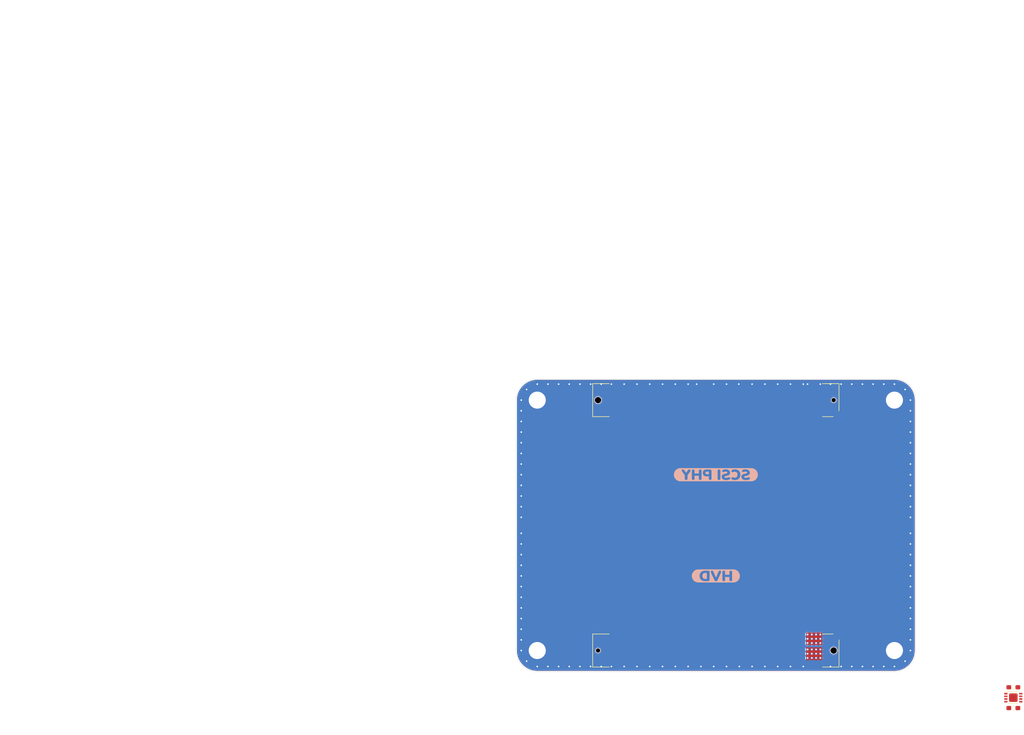
<source format=kicad_pcb>
(kicad_pcb (version 20241229) (generator "pcbnew") (generator_version "9.0")
  (title_block (title "Squishy - HVD PHY ") (date "2024-06-14") (rev "1") (company "Shrine Maiden Heavy Industries") (comment 1 "License: CERN-OHL-S") (comment 2 "© 2024 Aki 'lethalbit' Van Ness, et. al.") (comment 3 "No warranty expressed or implied") (comment 4 "Squishy - SCSI Multitool"))
  (layers (0 "F.Cu" signal) (4 "In1.Cu" signal) (6 "In2.Cu" signal) (8 "In3.Cu" signal) (10 "In4.Cu" signal) (2 "B.Cu" signal) (13 "F.Paste" user) (15 "B.Paste" user) (5 "F.SilkS" user "F.Silkscreen") (7 "B.SilkS" user "B.Silkscreen") (1 "F.Mask" user) (3 "B.Mask" user) (25 "Edge.Cuts" user))
  (net 0 "")
  (net 1 "GND")
  (net 4 "/PHY.RST_DIR")
  (net 5 "/PHY.DB13")
  (net 6 "/PHY.ID_SCL")
  (net 7 "/PHY.DB9")
  (net 8 "/PHY.LS_CTRL4")
  (net 10 "+3V3")
  (net 11 "+5V")
  (net 12 "/PHY.DB14")
  (net 13 "/PHY.DB5")
  (net 14 "/PHY.LS_CTRL2")
  (net 15 "/PHY.DB8")
  (net 19 "/PHY.DB3")
  (net 20 "/PHY.DB2")
  (net 21 "/PHY.LS_CTRL5")
  (net 22 "/PHY.BSY")
  (net 23 "/PHY.DBH_DIR")
  (net 25 "/PHY.ATN")
  (net 26 "/PHY.DBL_DIR")
  (net 27 "/PHY.TERMPW_EN")
  (net 28 "/PHY.ACK")
  (net 29 "/PHY.DB15")
  (net 30 "/PHY.DB1")
  (net 31 "/PHY.MSG")
  (net 32 "/PHY.ID_SDA")
  (net 33 "/PHY.LS_CTRL0")
  (net 36 "/PHY.LS_CTRL3")
  (net 37 "/PHY.I{slash}O")
  (net 38 "/PHY.DB11")
  (net 39 "/PHY.BSY_DIR")
  (net 40 "/PHY.~{PHY_PRSNT}")
  (net 41 "/PHY.RST")
  (net 42 "/PHY.DB0")
  (net 43 "/PHY.DB7")
  (net 45 "/PHY.REQ")
  (net 46 "/PHY.SEL_DIR")
  (net 47 "/PHY.INIT_DIR")
  (net 48 "/PHY.DB12")
  (net 49 "/PHY.DB10")
  (net 50 "/PHY.DB6")
  (net 51 "/PHY.SEL")
  (net 53 "/PHY.DP0")
  (net 54 "/PHY.DP1")
  (net 55 "/PHY.DB4")
  (net 57 "/PHY.C{slash}D")
  (net 58 "/PHY.TRGT_DIR")
  (net 59 "/CON.DP14+")
  (net 60 "/CON.C{slash}D+")
  (net 61 "/CON.DB10-")
  (net 62 "/CON.DB4-")
  (net 63 "/CON.ACK+")
  (net 64 "/CON.TERMPWR")
  (net 65 "/CON.DP1+")
  (net 66 "/CON.BSY-")
  (net 67 "/CON.RST-")
  (net 68 "/CON.DB2-")
  (net 69 "/CON.BSY+")
  (net 70 "/CON.DB5+")
  (net 71 "/CON.ATN-")
  (net 72 "/CON.DP0+")
  (net 73 "/CON.SEL+")
  (net 74 "/CON.ATN+")
  (net 75 "/CON.DB9-")
  (net 76 "/CON.SEL-")
  (net 77 "/CON.DB9+")
  (net 78 "/CON.DB0-")
  (net 79 "/CON.DB11+")
  (net 80 "/CON.DB7+")
  (net 81 "/CON.DP1-")
  (net 82 "/CON.DB5-")
  (net 83 "/CON.REQ-")
  (net 84 "/CON.DB1-")
  (net 85 "/CON.DB13+")
  (net 86 "/CON.REQ+")
  (net 87 "/CON.DB3-")
  (net 88 "/CON.DB8+")
  (net 89 "/CON.DB13-")
  (net 90 "/CON.DB15-")
  (net 91 "/CON.MSG+")
  (net 92 "/CON.DB11-")
  (net 93 "/CON.DP12+")
  (net 94 "/CON.DB3+")
  (net 95 "/CON.ACK-")
  (net 96 "/CON.DIFFSENSE")
  (net 97 "/CON.I{slash}O+")
  (net 98 "/CON.I{slash}O-")
  (net 99 "/CON.DB4+")
  (net 100 "/CON.DB15+")
  (net 101 "/CON.DB6-")
  (net 102 "/CON.DP14-")
  (net 103 "/CON.RST+")
  (net 104 "/CON.DB8-")
  (net 105 "/CON.DB10+")
  (net 106 "/CON.MSG-")
  (net 107 "/CON.DB6+")
  (net 109 "/CON.C{slash}D-")
  (net 110 "/CON.DB7-")
  (net 111 "/CON.DP12-")
  (net 112 "/CON.DB1+")
  (net 113 "/CON.DP0-")
  (net 114 "/CON.DB2+")
  (net 115 "/CON.DB0+")
  (net 118 "/PHY.LS_CTRL1")
  (net 123 "Net-(U1-E0)")
  (footprint "lethalbit-connectors:1014457-10x80xLF" (layer "F.Cu") (at 147.5 136)
    (property "Reference" "J1" (hide yes))
    (property "Value" "SCSI PHY Mezz")
    (pad "" np_thru_hole circle (at -22.1 0) (size 0.8 0.8) (drill 0.8) (layers "*.Mask"))
    (pad "" np_thru_hole circle (at 22.1 0) (size 1.2 1.2) (drill 1.2) (layers "*.Mask"))
    (pad "1" smd roundrect (at 19.6 -2.2) (size 0.4 2) (layers "F.Cu" "F.Mask" "F.Paste") (net 11 "+5V"))
    (pad "2" smd roundrect (at 19.6 2.2) (size 0.4 2) (layers "F.Cu" "F.Mask" "F.Paste") (net 10 "+3V3"))
    (pad "3" smd roundrect (at 18.8 -2.2) (size 0.4 2) (layers "F.Cu" "F.Mask" "F.Paste") (net 11 "+5V"))
    (pad "4" smd roundrect (at 18.8 2.2) (size 0.4 2) (layers "F.Cu" "F.Mask" "F.Paste") (net 10 "+3V3"))
    (pad "5" smd roundrect (at 18 -2.2) (size 0.4 2) (layers "F.Cu" "F.Mask" "F.Paste") (net 11 "+5V"))
    (pad "6" smd roundrect (at 18 2.2) (size 0.4 2) (layers "F.Cu" "F.Mask" "F.Paste") (net 10 "+3V3"))
    (pad "7" smd roundrect (at 17.2 -2.2) (size 0.4 2) (layers "F.Cu" "F.Mask" "F.Paste") (net 11 "+5V"))
    (pad "8" smd roundrect (at 17.2 2.2) (size 0.4 2) (layers "F.Cu" "F.Mask" "F.Paste") (net 10 "+3V3"))
    (pad "9" smd roundrect (at 16.4 -2.2) (size 0.4 2) (layers "F.Cu" "F.Mask" "F.Paste") (net 1 "GND"))
    (pad "10" smd roundrect (at 16.4 2.2) (size 0.4 2) (layers "F.Cu" "F.Mask" "F.Paste") (net 1 "GND"))
    (pad "11" smd roundrect (at 15.6 -2.2) (size 0.4 2) (layers "F.Cu" "F.Mask" "F.Paste") (net 6 "/PHY.ID_SCL"))
    (pad "12" smd roundrect (at 15.6 2.2) (size 0.4 2) (layers "F.Cu" "F.Mask" "F.Paste"))
    (pad "13" smd roundrect (at 14.8 -2.2) (size 0.4 2) (layers "F.Cu" "F.Mask" "F.Paste") (net 32 "/PHY.ID_SDA"))
    (pad "14" smd roundrect (at 14.8 2.2) (size 0.4 2) (layers "F.Cu" "F.Mask" "F.Paste"))
    (pad "15" smd roundrect (at 14 -2.2) (size 0.4 2) (layers "F.Cu" "F.Mask" "F.Paste") (net 1 "GND"))
    (pad "16" smd roundrect (at 14 2.2) (size 0.4 2) (layers "F.Cu" "F.Mask" "F.Paste") (net 1 "GND"))
    (pad "17" smd roundrect (at 13.2 -2.2) (size 0.4 2) (layers "F.Cu" "F.Mask" "F.Paste") (net 40 "/PHY.~{PHY_PRSNT}"))
    (pad "18" smd roundrect (at 13.2 2.2) (size 0.4 2) (layers "F.Cu" "F.Mask" "F.Paste"))
    (pad "19" smd roundrect (at 12.4 -2.2) (size 0.4 2) (layers "F.Cu" "F.Mask" "F.Paste") (net 27 "/PHY.TERMPW_EN"))
    (pad "20" smd roundrect (at 12.4 2.2) (size 0.4 2) (layers "F.Cu" "F.Mask" "F.Paste"))
    (pad "21" smd roundrect (at 11.6 -2.2) (size 0.4 2) (layers "F.Cu" "F.Mask" "F.Paste") (net 1 "GND"))
    (pad "22" smd roundrect (at 11.6 2.2) (size 0.4 2) (layers "F.Cu" "F.Mask" "F.Paste") (net 1 "GND"))
    (pad "23" smd roundrect (at 10.8 -2.2) (size 0.4 2) (layers "F.Cu" "F.Mask" "F.Paste") (net 33 "/PHY.LS_CTRL0"))
    (pad "24" smd roundrect (at 10.8 2.2) (size 0.4 2) (layers "F.Cu" "F.Mask" "F.Paste") (net 23 "/PHY.DBH_DIR"))
    (pad "25" smd roundrect (at 10 -2.2) (size 0.4 2) (layers "F.Cu" "F.Mask" "F.Paste") (net 118 "/PHY.LS_CTRL1"))
    (pad "26" smd roundrect (at 10 2.2) (size 0.4 2) (layers "F.Cu" "F.Mask" "F.Paste") (net 5 "/PHY.DB13"))
    (pad "27" smd roundrect (at 9.2 -2.2) (size 0.4 2) (layers "F.Cu" "F.Mask" "F.Paste") (net 1 "GND"))
    (pad "28" smd roundrect (at 9.2 2.2) (size 0.4 2) (layers "F.Cu" "F.Mask" "F.Paste") (net 1 "GND"))
    (pad "29" smd roundrect (at 8.4 -2.2) (size 0.4 2) (layers "F.Cu" "F.Mask" "F.Paste") (net 48 "/PHY.DB12"))
    (pad "30" smd roundrect (at 8.4 2.2) (size 0.4 2) (layers "F.Cu" "F.Mask" "F.Paste") (net 29 "/PHY.DB15"))
    (pad "31" smd roundrect (at 7.6 -2.2) (size 0.4 2) (layers "F.Cu" "F.Mask" "F.Paste") (net 12 "/PHY.DB14"))
    (pad "32" smd roundrect (at 7.6 2.2) (size 0.4 2) (layers "F.Cu" "F.Mask" "F.Paste") (net 26 "/PHY.DBL_DIR"))
    (pad "33" smd roundrect (at 6.8 -2.2) (size 0.4 2) (layers "F.Cu" "F.Mask" "F.Paste") (net 1 "GND"))
    (pad "34" smd roundrect (at 6.8 2.2) (size 0.4 2) (layers "F.Cu" "F.Mask" "F.Paste") (net 1 "GND"))
    (pad "35" smd roundrect (at 6 -2.2) (size 0.4 2) (layers "F.Cu" "F.Mask" "F.Paste") (net 54 "/PHY.DP1"))
    (pad "36" smd roundrect (at 6 2.2) (size 0.4 2) (layers "F.Cu" "F.Mask" "F.Paste") (net 42 "/PHY.DB0"))
    (pad "37" smd roundrect (at 5.2 -2.2) (size 0.4 2) (layers "F.Cu" "F.Mask" "F.Paste") (net 30 "/PHY.DB1"))
    (pad "38" smd roundrect (at 5.2 2.2) (size 0.4 2) (layers "F.Cu" "F.Mask" "F.Paste") (net 20 "/PHY.DB2"))
    (pad "39" smd roundrect (at 4.4 -2.2) (size 0.4 2) (layers "F.Cu" "F.Mask" "F.Paste") (net 1 "GND"))
    (pad "40" smd roundrect (at 4.4 2.2) (size 0.4 2) (layers "F.Cu" "F.Mask" "F.Paste") (net 1 "GND"))
    (pad "41" smd roundrect (at 3.6 -2.2) (size 0.4 2) (layers "F.Cu" "F.Mask" "F.Paste") (net 19 "/PHY.DB3"))
    (pad "42" smd roundrect (at 3.6 2.2) (size 0.4 2) (layers "F.Cu" "F.Mask" "F.Paste") (net 55 "/PHY.DB4"))
    (pad "43" smd roundrect (at 2.8 -2.2) (size 0.4 2) (layers "F.Cu" "F.Mask" "F.Paste") (net 13 "/PHY.DB5"))
    (pad "44" smd roundrect (at 2.8 2.2) (size 0.4 2) (layers "F.Cu" "F.Mask" "F.Paste") (net 50 "/PHY.DB6"))
    (pad "45" smd roundrect (at 2 -2.2) (size 0.4 2) (layers "F.Cu" "F.Mask" "F.Paste") (net 1 "GND"))
    (pad "46" smd roundrect (at 2 2.2) (size 0.4 2) (layers "F.Cu" "F.Mask" "F.Paste") (net 1 "GND"))
    (pad "47" smd roundrect (at 1.2 -2.2) (size 0.4 2) (layers "F.Cu" "F.Mask" "F.Paste") (net 43 "/PHY.DB7"))
    (pad "48" smd roundrect (at 1.2 2.2) (size 0.4 2) (layers "F.Cu" "F.Mask" "F.Paste") (net 53 "/PHY.DP0"))
    (pad "49" smd roundrect (at 0.4 -2.2) (size 0.4 2) (layers "F.Cu" "F.Mask" "F.Paste") (net 22 "/PHY.BSY"))
    (pad "50" smd roundrect (at 0.4 2.2) (size 0.4 2) (layers "F.Cu" "F.Mask" "F.Paste") (net 25 "/PHY.ATN"))
    (pad "51" smd roundrect (at -0.4 -2.2) (size 0.4 2) (layers "F.Cu" "F.Mask" "F.Paste") (net 1 "GND"))
    (pad "52" smd roundrect (at -0.4 2.2) (size 0.4 2) (layers "F.Cu" "F.Mask" "F.Paste") (net 1 "GND"))
    (pad "53" smd roundrect (at -1.2 -2.2) (size 0.4 2) (layers "F.Cu" "F.Mask" "F.Paste") (net 39 "/PHY.BSY_DIR"))
    (pad "54" smd roundrect (at -1.2 2.2) (size 0.4 2) (layers "F.Cu" "F.Mask" "F.Paste") (net 28 "/PHY.ACK"))
    (pad "55" smd roundrect (at -2 -2.2) (size 0.4 2) (layers "F.Cu" "F.Mask" "F.Paste") (net 41 "/PHY.RST"))
    (pad "56" smd roundrect (at -2 2.2) (size 0.4 2) (layers "F.Cu" "F.Mask" "F.Paste") (net 47 "/PHY.INIT_DIR"))
    (pad "57" smd roundrect (at -2.8 -2.2) (size 0.4 2) (layers "F.Cu" "F.Mask" "F.Paste") (net 1 "GND"))
    (pad "58" smd roundrect (at -2.8 2.2) (size 0.4 2) (layers "F.Cu" "F.Mask" "F.Paste") (net 1 "GND"))
    (pad "59" smd roundrect (at -3.6 -2.2) (size 0.4 2) (layers "F.Cu" "F.Mask" "F.Paste") (net 4 "/PHY.RST_DIR"))
    (pad "60" smd roundrect (at -3.6 2.2) (size 0.4 2) (layers "F.Cu" "F.Mask" "F.Paste") (net 31 "/PHY.MSG"))
    (pad "61" smd roundrect (at -4.4 -2.2) (size 0.4 2) (layers "F.Cu" "F.Mask" "F.Paste") (net 51 "/PHY.SEL"))
    (pad "62" smd roundrect (at -4.4 2.2) (size 0.4 2) (layers "F.Cu" "F.Mask" "F.Paste") (net 57 "/PHY.C{slash}D"))
    (pad "63" smd roundrect (at -5.2 -2.2) (size 0.4 2) (layers "F.Cu" "F.Mask" "F.Paste") (net 1 "GND"))
    (pad "64" smd roundrect (at -5.2 2.2) (size 0.4 2) (layers "F.Cu" "F.Mask" "F.Paste") (net 1 "GND"))
    (pad "65" smd roundrect (at -6 -2.2) (size 0.4 2) (layers "F.Cu" "F.Mask" "F.Paste") (net 46 "/PHY.SEL_DIR"))
    (pad "66" smd roundrect (at -6 2.2) (size 0.4 2) (layers "F.Cu" "F.Mask" "F.Paste") (net 37 "/PHY.I{slash}O"))
    (pad "67" smd roundrect (at -6.8 -2.2) (size 0.4 2) (layers "F.Cu" "F.Mask" "F.Paste") (net 45 "/PHY.REQ"))
    (pad "68" smd roundrect (at -6.8 2.2) (size 0.4 2) (layers "F.Cu" "F.Mask" "F.Paste") (net 58 "/PHY.TRGT_DIR"))
    (pad "69" smd roundrect (at -7.6 -2.2) (size 0.4 2) (layers "F.Cu" "F.Mask" "F.Paste") (net 1 "GND"))
    (pad "70" smd roundrect (at -7.6 2.2) (size 0.4 2) (layers "F.Cu" "F.Mask" "F.Paste") (net 1 "GND"))
    (pad "71" smd roundrect (at -8.4 -2.2) (size 0.4 2) (layers "F.Cu" "F.Mask" "F.Paste") (net 15 "/PHY.DB8"))
    (pad "72" smd roundrect (at -8.4 2.2) (size 0.4 2) (layers "F.Cu" "F.Mask" "F.Paste") (net 7 "/PHY.DB9"))
    (pad "73" smd roundrect (at -9.2 -2.2) (size 0.4 2) (layers "F.Cu" "F.Mask" "F.Paste") (net 49 "/PHY.DB10"))
    (pad "74" smd roundrect (at -9.2 2.2) (size 0.4 2) (layers "F.Cu" "F.Mask" "F.Paste") (net 38 "/PHY.DB11"))
    (pad "75" smd roundrect (at -10 -2.2) (size 0.4 2) (layers "F.Cu" "F.Mask" "F.Paste") (net 1 "GND"))
    (pad "76" smd roundrect (at -10 2.2) (size 0.4 2) (layers "F.Cu" "F.Mask" "F.Paste") (net 1 "GND"))
    (pad "77" smd roundrect (at -10.8 -2.2) (size 0.4 2) (layers "F.Cu" "F.Mask" "F.Paste") (net 8 "/PHY.LS_CTRL4"))
    (pad "78" smd roundrect (at -10.8 2.2) (size 0.4 2) (layers "F.Cu" "F.Mask" "F.Paste") (net 14 "/PHY.LS_CTRL2"))
    (pad "79" smd roundrect (at -11.6 -2.2) (size 0.4 2) (layers "F.Cu" "F.Mask" "F.Paste") (net 21 "/PHY.LS_CTRL5"))
    (pad "80" smd roundrect (at -11.6 2.2) (size 0.4 2) (layers "F.Cu" "F.Mask" "F.Paste") (net 36 "/PHY.LS_CTRL3"))
    (pad "81" smd roundrect (at -12.4 -2.2) (size 0.4 2) (layers "F.Cu" "F.Mask" "F.Paste") (net 1 "GND"))
    (pad "82" smd roundrect (at -12.4 2.2) (size 0.4 2) (layers "F.Cu" "F.Mask" "F.Paste") (net 1 "GND"))
    (pad "83" smd roundrect (at -13.2 -2.2) (size 0.4 2) (layers "F.Cu" "F.Mask" "F.Paste"))
    (pad "84" smd roundrect (at -13.2 2.2) (size 0.4 2) (layers "F.Cu" "F.Mask" "F.Paste"))
    (pad "85" smd roundrect (at -14 -2.2) (size 0.4 2) (layers "F.Cu" "F.Mask" "F.Paste"))
    (pad "86" smd roundrect (at -14 2.2) (size 0.4 2) (layers "F.Cu" "F.Mask" "F.Paste"))
    (pad "87" smd roundrect (at -14.8 -2.2) (size 0.4 2) (layers "F.Cu" "F.Mask" "F.Paste") (net 1 "GND"))
    (pad "88" smd roundrect (at -14.8 2.2) (size 0.4 2) (layers "F.Cu" "F.Mask" "F.Paste") (net 1 "GND"))
    (pad "89" smd roundrect (at -15.6 -2.2) (size 0.4 2) (layers "F.Cu" "F.Mask" "F.Paste"))
    (pad "90" smd roundrect (at -15.6 2.2) (size 0.4 2) (layers "F.Cu" "F.Mask" "F.Paste"))
    (pad "91" smd roundrect (at -16.4 -2.2) (size 0.4 2) (layers "F.Cu" "F.Mask" "F.Paste"))
    (pad "92" smd roundrect (at -16.4 2.2) (size 0.4 2) (layers "F.Cu" "F.Mask" "F.Paste"))
    (pad "93" smd roundrect (at -17.2 -2.2) (size 0.4 2) (layers "F.Cu" "F.Mask" "F.Paste") (net 1 "GND"))
    (pad "94" smd roundrect (at -17.2 2.2) (size 0.4 2) (layers "F.Cu" "F.Mask" "F.Paste") (net 1 "GND"))
    (pad "95" smd roundrect (at -18 -2.2) (size 0.4 2) (layers "F.Cu" "F.Mask" "F.Paste"))
    (pad "96" smd roundrect (at -18 2.2) (size 0.4 2) (layers "F.Cu" "F.Mask" "F.Paste"))
    (pad "97" smd roundrect (at -18.8 -2.2) (size 0.4 2) (layers "F.Cu" "F.Mask" "F.Paste"))
    (pad "98" smd roundrect (at -18.8 2.2) (size 0.4 2) (layers "F.Cu" "F.Mask" "F.Paste"))
    (pad "99" smd roundrect (at -19.6 -2.2) (size 0.4 2) (layers "F.Cu" "F.Mask" "F.Paste") (net 1 "GND"))
    (pad "100" smd roundrect (at -19.6 2.2) (size 0.4 2) (layers "F.Cu" "F.Mask" "F.Paste") (net 1 "GND"))
  )
  (footprint "MountingHole:MountingHole_3.2mm_M3_Pad" (layer "F.Cu") (at 114 89)
    (property "Reference" "H1" (hide yes))
    (property "Value" "MountingHole" (hide yes))
    (pad "1" thru_hole circle (at 0 0) (size 6.4 6.4) (drill 3.2) (layers "*.Cu" "*.Mask") (net 1 "GND"))
  )
  (footprint "MountingHole:MountingHole_3.2mm_M3_Pad" (layer "F.Cu") (at 181 89)
    (property "Reference" "H2" (hide yes))
    (property "Value" "MountingHole" (hide yes))
    (pad "1" thru_hole circle (at 0 0) (size 6.4 6.4) (drill 3.2) (layers "*.Cu" "*.Mask") (net 1 "GND"))
  )
  (footprint "PCM_kikit:Tab" (layer "F.Cu") (at 185.25 126.25 180)
    (property "Reference" "REF**" (hide yes))
    (property "Value" "Tab")
  )
  (footprint "PCM_kikit:Tab" (layer "F.Cu") (at 174 140.25 90)
    (property "Reference" "REF**" (hide yes))
    (property "Value" "Tab")
  )
  (footprint "rhais_rcl:C0603" (layer "F.Cu") (at 203.3 146.8)
    (property "Reference" "C1")
    (property "Value" "100n" (hide yes))
    (pad "1" smd roundrect (at -0.85 0) (size 0.9 0.8) (layers "F.Cu" "F.Mask" "F.Paste") (net 1 "GND"))
    (pad "2" smd roundrect (at 0.85 0) (size 0.9 0.8) (layers "F.Cu" "F.Mask" "F.Paste") (net 10 "+3V3"))
  )
  (footprint "PCM_kikit:Tab" (layer "F.Cu") (at 121.000001 84.75 -90)
    (property "Reference" "REF**" (hide yes))
    (property "Value" "Tab")
  )
  (footprint "MountingHole:MountingHole_3.2mm_M3_Pad" (layer "F.Cu") (at 181 136)
    (property "Reference" "H4" (hide yes))
    (property "Value" "MountingHole" (hide yes))
    (pad "1" thru_hole circle (at 0 0) (size 6.4 6.4) (drill 3.2) (layers "*.Cu" "*.Mask") (net 1 "GND"))
  )
  (footprint "PCM_kikit:Tab" (layer "F.Cu") (at 109.7 126.25)
    (property "Reference" "REF**" (hide yes))
    (property "Value" "Tab")
  )
  (footprint "Fiducial:Fiducial_0.75mm_Mask1.5mm" (layer "F.Cu") (at 183.5 112.5)
    (property "Reference" "FID5" (hide yes))
    (property "Value" "Fiducial" (hide yes))
    (pad "" smd circle (at 0 0) (size 0.75 0.75) (layers "F.Cu" "F.Mask") (clearance 0.375))
  )
  (footprint "PCM_kikit:Tab" (layer "F.Cu") (at 174 84.75 -90)
    (property "Reference" "REF**" (hide yes))
    (property "Value" "Tab")
  )
  (footprint "PCM_kikit:Tab" (layer "F.Cu") (at 109.7 98.75)
    (property "Reference" "REF**" (hide yes))
    (property "Value" "Tab")
  )
  (footprint "PCM_kikit:Tab" (layer "F.Cu") (at 185.25 98.75 180)
    (property "Reference" "REF**" (hide yes))
    (property "Value" "Tab")
  )
  (footprint "lethalbit-connectors:101445x-10x80xLF" (layer "F.Cu") (at 147.5 89 180)
    (property "Reference" "J2" (hide yes))
    (property "Value" "SCSI Connector")
    (pad "" np_thru_hole circle (at -22.1 0 180) (size 0.8 0.8) (drill 0.8) (layers "*.Mask"))
    (pad "" np_thru_hole circle (at 22.1 0 180) (size 1.2 1.2) (drill 1.2) (layers "*.Mask"))
    (pad "1" smd roundrect (at -19.6 -2.2 180) (size 0.4 2) (layers "F.Cu" "F.Mask" "F.Paste") (net 1 "GND"))
    (pad "2" smd roundrect (at -19.6 2.2 180) (size 0.4 2) (layers "F.Cu" "F.Mask" "F.Paste") (net 1 "GND"))
    (pad "3" smd roundrect (at -18.8 -2.199999 180) (size 0.4 2) (layers "F.Cu" "F.Mask" "F.Paste"))
    (pad "4" smd roundrect (at -18.8 2.199999 180) (size 0.4 2) (layers "F.Cu" "F.Mask" "F.Paste") (net 32 "/PHY.ID_SDA"))
    (pad "5" smd roundrect (at -18 -2.2 180) (size 0.4 2) (layers "F.Cu" "F.Mask" "F.Paste"))
    (pad "6" smd roundrect (at -18 2.2 180) (size 0.4 2) (layers "F.Cu" "F.Mask" "F.Paste") (net 6 "/PHY.ID_SCL"))
    (pad "7" smd roundrect (at -17.200001 -2.2 180) (size 0.4 2) (layers "F.Cu" "F.Mask" "F.Paste") (net 1 "GND"))
    (pad "8" smd roundrect (at -17.200001 2.2 180) (size 0.4 2) (layers "F.Cu" "F.Mask" "F.Paste") (net 1 "GND"))
    (pad "9" smd roundrect (at -16.4 -2.2 180) (size 0.4 2) (layers "F.Cu" "F.Mask" "F.Paste") (net 1 "GND"))
    (pad "10" smd roundrect (at -16.4 2.2 180) (size 0.4 2) (layers "F.Cu" "F.Mask" "F.Paste") (net 1 "GND"))
    (pad "11" smd roundrect (at -15.6 -2.2 180) (size 0.4 2) (layers "F.Cu" "F.Mask" "F.Paste") (net 93 "/CON.DP12+"))
    (pad "12" smd roundrect (at -15.6 2.2 180) (size 0.4 2) (layers "F.Cu" "F.Mask" "F.Paste") (net 111 "/CON.DP12-"))
    (pad "13" smd roundrect (at -14.799999 -2.2 180) (size 0.4 2) (layers "F.Cu" "F.Mask" "F.Paste") (net 85 "/CON.DB13+"))
    (pad "14" smd roundrect (at -14.799999 2.2 180) (size 0.4 2) (layers "F.Cu" "F.Mask" "F.Paste") (net 89 "/CON.DB13-"))
    (pad "15" smd roundrect (at -14 -2.2 180) (size 0.4 2) (layers "F.Cu" "F.Mask" "F.Paste") (net 1 "GND"))
    (pad "16" smd roundrect (at -14 2.2 180) (size 0.4 2) (layers "F.Cu" "F.Mask" "F.Paste") (net 1 "GND"))
    (pad "17" smd roundrect (at -13.2 -2.199999 180) (size 0.4 2) (layers "F.Cu" "F.Mask" "F.Paste") (net 59 "/CON.DP14+"))
    (pad "18" smd roundrect (at -13.2 2.199999 180) (size 0.4 2) (layers "F.Cu" "F.Mask" "F.Paste") (net 102 "/CON.DP14-"))
    (pad "19" smd roundrect (at -12.4 -2.2 180) (size 0.4 2) (layers "F.Cu" "F.Mask" "F.Paste") (net 100 "/CON.DB15+"))
    (pad "20" smd roundrect (at -12.4 2.2 180) (size 0.4 2) (layers "F.Cu" "F.Mask" "F.Paste") (net 90 "/CON.DB15-"))
    (pad "21" smd roundrect (at -11.6 -2.2 180) (size 0.4 2) (layers "F.Cu" "F.Mask" "F.Paste") (net 1 "GND"))
    (pad "22" smd roundrect (at -11.6 2.2 180) (size 0.4 2) (layers "F.Cu" "F.Mask" "F.Paste") (net 1 "GND"))
    (pad "23" smd roundrect (at -10.8 -2.2 180) (size 0.4 2) (layers "F.Cu" "F.Mask" "F.Paste") (net 65 "/CON.DP1+"))
    (pad "24" smd roundrect (at -10.8 2.2 180) (size 0.4 2) (layers "F.Cu" "F.Mask" "F.Paste") (net 81 "/CON.DP1-"))
    (pad "25" smd roundrect (at -10 -2.2 180) (size 0.4 2) (layers "F.Cu" "F.Mask" "F.Paste") (net 115 "/CON.DB0+"))
    (pad "26" smd roundrect (at -10 2.2 180) (size 0.4 2) (layers "F.Cu" "F.Mask" "F.Paste") (net 78 "/CON.DB0-"))
    (pad "27" smd roundrect (at -9.199999 -2.2 180) (size 0.4 2) (layers "F.Cu" "F.Mask" "F.Paste") (net 1 "GND"))
    (pad "28" smd roundrect (at -9.199999 2.2 180) (size 0.4 2) (layers "F.Cu" "F.Mask" "F.Paste") (net 1 "GND"))
    (pad "29" smd roundrect (at -8.4 -2.2 180) (size 0.4 2) (layers "F.Cu" "F.Mask" "F.Paste") (net 112 "/CON.DB1+"))
    (pad "30" smd roundrect (at -8.4 2.2 180) (size 0.4 2) (layers "F.Cu" "F.Mask" "F.Paste") (net 84 "/CON.DB1-"))
    (pad "31" smd roundrect (at -7.6 -2.199999 180) (size 0.4 2) (layers "F.Cu" "F.Mask" "F.Paste") (net 114 "/CON.DB2+"))
    (pad "32" smd roundrect (at -7.6 2.199999 180) (size 0.4 2) (layers "F.Cu" "F.Mask" "F.Paste") (net 68 "/CON.DB2-"))
    (pad "33" smd roundrect (at -6.8 -2.2 180) (size 0.4 2) (layers "F.Cu" "F.Mask" "F.Paste") (net 1 "GND"))
    (pad "34" smd roundrect (at -6.8 2.2 180) (size 0.4 2) (layers "F.Cu" "F.Mask" "F.Paste") (net 1 "GND"))
    (pad "35" smd roundrect (at -6 -2.2 180) (size 0.4 2) (layers "F.Cu" "F.Mask" "F.Paste") (net 94 "/CON.DB3+"))
    (pad "36" smd roundrect (at -6 2.2 180) (size 0.4 2) (layers "F.Cu" "F.Mask" "F.Paste") (net 87 "/CON.DB3-"))
    (pad "37" smd roundrect (at -5.2 -2.2 180) (size 0.4 2) (layers "F.Cu" "F.Mask" "F.Paste") (net 99 "/CON.DB4+"))
    (pad "38" smd roundrect (at -5.2 2.2 180) (size 0.4 2) (layers "F.Cu" "F.Mask" "F.Paste") (net 62 "/CON.DB4-"))
    (pad "39" smd roundrect (at -4.4 -2.2 180) (size 0.4 2) (layers "F.Cu" "F.Mask" "F.Paste") (net 1 "GND"))
    (pad "40" smd roundrect (at -4.4 2.2 180) (size 0.4 2) (layers "F.Cu" "F.Mask" "F.Paste") (net 1 "GND"))
    (pad "41" smd roundrect (at -3.599999 -2.2 180) (size 0.4 2) (layers "F.Cu" "F.Mask" "F.Paste") (net 70 "/CON.DB5+"))
    (pad "42" smd roundrect (at -3.599999 2.2 180) (size 0.4 2) (layers "F.Cu" "F.Mask" "F.Paste") (net 82 "/CON.DB5-"))
    (pad "43" smd roundrect (at -2.8 -2.2 180) (size 0.4 2) (layers "F.Cu" "F.Mask" "F.Paste") (net 107 "/CON.DB6+"))
    (pad "44" smd roundrect (at -2.8 2.2 180) (size 0.4 2) (layers "F.Cu" "F.Mask" "F.Paste") (net 101 "/CON.DB6-"))
    (pad "45" smd roundrect (at -2 -2.199999 180) (size 0.4 2) (layers "F.Cu" "F.Mask" "F.Paste") (net 1 "GND"))
    (pad "46" smd roundrect (at -2 2.199999 180) (size 0.4 2) (layers "F.Cu" "F.Mask" "F.Paste") (net 1 "GND"))
    (pad "47" smd roundrect (at -1.2 -2.2 180) (size 0.4 2) (layers "F.Cu" "F.Mask" "F.Paste") (net 80 "/CON.DB7+"))
    (pad "48" smd roundrect (at -1.2 2.2 180) (size 0.4 2) (layers "F.Cu" "F.Mask" "F.Paste") (net 110 "/CON.DB7-"))
    (pad "49" smd roundrect (at -0.4 -2.2 180) (size 0.4 2) (layers "F.Cu" "F.Mask" "F.Paste") (net 72 "/CON.DP0+"))
    (pad "50" smd roundrect (at -0.4 2.2 180) (size 0.4 2) (layers "F.Cu" "F.Mask" "F.Paste") (net 113 "/CON.DP0-"))
    (pad "51" smd roundrect (at 0.4 -2.2 180) (size 0.4 2) (layers "F.Cu" "F.Mask" "F.Paste") (net 1 "GND"))
    (pad "52" smd roundrect (at 0.4 2.2 180) (size 0.4 2) (layers "F.Cu" "F.Mask" "F.Paste") (net 1 "GND"))
    (pad "53" smd roundrect (at 1.2 -2.2 180) (size 0.4 2) (layers "F.Cu" "F.Mask" "F.Paste") (net 96 "/CON.DIFFSENSE"))
    (pad "54" smd roundrect (at 1.2 2.2 180) (size 0.4 2) (layers "F.Cu" "F.Mask" "F.Paste"))
    (pad "55" smd roundrect (at 2 -2.199999 180) (size 0.4 2) (layers "F.Cu" "F.Mask" "F.Paste") (net 64 "/CON.TERMPWR"))
    (pad "56" smd roundrect (at 2 2.199999 180) (size 0.4 2) (layers "F.Cu" "F.Mask" "F.Paste") (net 64 "/CON.TERMPWR"))
    (pad "57" smd roundrect (at 2.8 -2.2 180) (size 0.4 2) (layers "F.Cu" "F.Mask" "F.Paste") (net 64 "/CON.TERMPWR"))
    (pad "58" smd roundrect (at 2.8 2.2 180) (size 0.4 2) (layers "F.Cu" "F.Mask" "F.Paste") (net 64 "/CON.TERMPWR"))
    (pad "59" smd roundrect (at 3.599999 -2.2 180) (size 0.4 2) (layers "F.Cu" "F.Mask" "F.Paste") (net 1 "GND"))
    (pad "60" smd roundrect (at 3.599999 2.2 180) (size 0.4 2) (layers "F.Cu" "F.Mask" "F.Paste") (net 1 "GND"))
    (pad "61" smd roundrect (at 4.4 -2.2 180) (size 0.4 2) (layers "F.Cu" "F.Mask" "F.Paste") (net 74 "/CON.ATN+"))
    (pad "62" smd roundrect (at 4.4 2.2 180) (size 0.4 2) (layers "F.Cu" "F.Mask" "F.Paste") (net 71 "/CON.ATN-"))
    (pad "63" smd roundrect (at 5.2 -2.2 180) (size 0.4 2) (layers "F.Cu" "F.Mask" "F.Paste") (net 1 "GND"))
    (pad "64" smd roundrect (at 5.2 2.2 180) (size 0.4 2) (layers "F.Cu" "F.Mask" "F.Paste") (net 1 "GND"))
    (pad "65" smd roundrect (at 6 -2.2 180) (size 0.4 2) (layers "F.Cu" "F.Mask" "F.Paste") (net 69 "/CON.BSY+"))
    (pad "66" smd roundrect (at 6 2.2 180) (size 0.4 2) (layers "F.Cu" "F.Mask" "F.Paste") (net 66 "/CON.BSY-"))
    (pad "67" smd roundrect (at 6.8 -2.2 180) (size 0.4 2) (layers "F.Cu" "F.Mask" "F.Paste") (net 63 "/CON.ACK+"))
    (pad "68" smd roundrect (at 6.8 2.2 180) (size 0.4 2) (layers "F.Cu" "F.Mask" "F.Paste") (net 95 "/CON.ACK-"))
    (pad "69" smd roundrect (at 7.6 -2.199999 180) (size 0.4 2) (layers "F.Cu" "F.Mask" "F.Paste") (net 1 "GND"))
    (pad "70" smd roundrect (at 7.6 2.199999 180) (size 0.4 2) (layers "F.Cu" "F.Mask" "F.Paste") (net 1 "GND"))
    (pad "71" smd roundrect (at 8.4 -2.2 180) (size 0.4 2) (layers "F.Cu" "F.Mask" "F.Paste") (net 103 "/CON.RST+"))
    (pad "72" smd roundrect (at 8.4 2.2 180) (size 0.4 2) (layers "F.Cu" "F.Mask" "F.Paste") (net 67 "/CON.RST-"))
    (pad "73" smd roundrect (at 9.199999 -2.2 180) (size 0.4 2) (layers "F.Cu" "F.Mask" "F.Paste") (net 91 "/CON.MSG+"))
    (pad "74" smd roundrect (at 9.199999 2.2 180) (size 0.4 2) (layers "F.Cu" "F.Mask" "F.Paste") (net 106 "/CON.MSG-"))
    (pad "75" smd roundrect (at 10 -2.2 180) (size 0.4 2) (layers "F.Cu" "F.Mask" "F.Paste") (net 1 "GND"))
    (pad "76" smd roundrect (at 10 2.2 180) (size 0.4 2) (layers "F.Cu" "F.Mask" "F.Paste") (net 1 "GND"))
    (pad "77" smd roundrect (at 10.8 -2.2 180) (size 0.4 2) (layers "F.Cu" "F.Mask" "F.Paste") (net 73 "/CON.SEL+"))
    (pad "78" smd roundrect (at 10.8 2.2 180) (size 0.4 2) (layers "F.Cu" "F.Mask" "F.Paste") (net 76 "/CON.SEL-"))
    (pad "79" smd roundrect (at 11.6 -2.2 180) (size 0.4 2) (layers "F.Cu" "F.Mask" "F.Paste") (net 60 "/CON.C{slash}D+"))
    (pad "80" smd roundrect (at 11.6 2.2 180) (size 0.4 2) (layers "F.Cu" "F.Mask" "F.Paste") (net 109 "/CON.C{slash}D-"))
    (pad "81" smd roundrect (at 12.4 -2.2 180) (size 0.4 2) (layers "F.Cu" "F.Mask" "F.Paste") (net 1 "GND"))
    (pad "82" smd roundrect (at 12.4 2.2 180) (size 0.4 2) (layers "F.Cu" "F.Mask" "F.Paste") (net 1 "GND"))
    (pad "83" smd roundrect (at 13.2 -2.199999 180) (size 0.4 2) (layers "F.Cu" "F.Mask" "F.Paste") (net 86 "/CON.REQ+"))
    (pad "84" smd roundrect (at 13.2 2.199999 180) (size 0.4 2) (layers "F.Cu" "F.Mask" "F.Paste") (net 83 "/CON.REQ-"))
    (pad "85" smd roundrect (at 14 -2.2 180) (size 0.4 2) (layers "F.Cu" "F.Mask" "F.Paste") (net 97 "/CON.I{slash}O+"))
    (pad "86" smd roundrect (at 14 2.2 180) (size 0.4 2) (layers "F.Cu" "F.Mask" "F.Paste") (net 98 "/CON.I{slash}O-"))
    (pad "87" smd roundrect (at 14.799999 -2.2 180) (size 0.4 2) (layers "F.Cu" "F.Mask" "F.Paste") (net 1 "GND"))
    (pad "88" smd roundrect (at 14.799999 2.2 180) (size 0.4 2) (layers "F.Cu" "F.Mask" "F.Paste") (net 1 "GND"))
    (pad "89" smd roundrect (at 15.6 -2.2 180) (size 0.4 2) (layers "F.Cu" "F.Mask" "F.Paste") (net 88 "/CON.DB8+"))
    (pad "90" smd roundrect (at 15.6 2.2 180) (size 0.4 2) (layers "F.Cu" "F.Mask" "F.Paste") (net 104 "/CON.DB8-"))
    (pad "91" smd roundrect (at 16.4 -2.2 180) (size 0.4 2) (layers "F.Cu" "F.Mask" "F.Paste") (net 77 "/CON.DB9+"))
    (pad "92" smd roundrect (at 16.4 2.2 180) (size 0.4 2) (layers "F.Cu" "F.Mask" "F.Paste") (net 75 "/CON.DB9-"))
    (pad "93" smd roundrect (at 17.200001 -2.2 180) (size 0.4 2) (layers "F.Cu" "F.Mask" "F.Paste") (net 1 "GND"))
    (pad "94" smd roundrect (at 17.200001 2.2 180) (size 0.4 2) (layers "F.Cu" "F.Mask" "F.Paste") (net 1 "GND"))
    (pad "95" smd roundrect (at 18 -2.2 180) (size 0.4 2) (layers "F.Cu" "F.Mask" "F.Paste") (net 105 "/CON.DB10+"))
    (pad "96" smd roundrect (at 18 2.2 180) (size 0.4 2) (layers "F.Cu" "F.Mask" "F.Paste") (net 61 "/CON.DB10-"))
    (pad "97" smd roundrect (at 18.8 -2.199999 180) (size 0.4 2) (layers "F.Cu" "F.Mask" "F.Paste") (net 79 "/CON.DB11+"))
    (pad "98" smd roundrect (at 18.8 2.199999 180) (size 0.4 2) (layers "F.Cu" "F.Mask" "F.Paste") (net 92 "/CON.DB11-"))
    (pad "99" smd roundrect (at 19.6 -2.2 180) (size 0.4 2) (layers "F.Cu" "F.Mask" "F.Paste") (net 1 "GND"))
    (pad "100" smd roundrect (at 19.6 2.2 180) (size 0.4 2) (layers "F.Cu" "F.Mask" "F.Paste") (net 1 "GND"))
  )
  (footprint "Fiducial:Fiducial_0.75mm_Mask1.5mm" (layer "F.Cu") (at 174 89)
    (property "Reference" "FID3" (hide yes))
    (property "Value" "Fiducial" (hide yes))
    (pad "" smd circle (at 0 0) (size 0.75 0.75) (layers "F.Cu" "F.Mask") (clearance 0.375))
  )
  (footprint "Fiducial:Fiducial_0.75mm_Mask1.5mm" (layer "F.Cu") (at 121 136)
    (property "Reference" "FID1" (hide yes))
    (property "Value" "Fiducial" (hide yes))
    (pad "" smd circle (at 0 0) (size 0.75 0.75) (layers "F.Cu" "F.Mask") (clearance 0.375))
  )
  (footprint "rhais_rcl:R0603" (layer "F.Cu") (at 203.3 142.9)
    (property "Reference" "R1")
    (property "Value" "10k" (hide yes))
    (pad "1" smd roundrect (at -0.85 0) (size 0.9 0.8) (layers "F.Cu" "F.Mask" "F.Paste") (net 123 "Net-(U1-E0)"))
    (pad "2" smd roundrect (at 0.85 0) (size 0.9 0.8) (layers "F.Cu" "F.Mask" "F.Paste") (net 10 "+3V3"))
  )
  (footprint "lethalbit-memory:ST_UFDFPN-8-1EP_2x3mm_P0.5mm_EP1.6x1.6mm" (layer "F.Cu") (at 203.3 144.85)
    (property "Reference" "U1")
    (property "Value" "M24C02-RMC" (hide yes))
    (pad "1" smd roundrect (at -1.4 -0.75) (size 0.6 0.3) (layers "F.Cu" "F.Mask" "F.Paste") (roundrect_rratio 0.15625) (net 123 "Net-(U1-E0)"))
    (pad "2" smd roundrect (at -1.4 -0.25) (size 0.6 0.3) (layers "F.Cu" "F.Mask" "F.Paste") (roundrect_rratio 0.15625) (net 1 "GND"))
    (pad "3" smd roundrect (at -1.4 0.25) (size 0.6 0.3) (layers "F.Cu" "F.Mask" "F.Paste") (roundrect_rratio 0.15625) (net 1 "GND"))
    (pad "4" smd roundrect (at -1.4 0.75) (size 0.6 0.3) (layers "F.Cu" "F.Mask" "F.Paste") (roundrect_rratio 0.15625) (net 1 "GND"))
    (pad "5" smd roundrect (at 1.4 0.75) (size 0.6 0.3) (layers "F.Cu" "F.Mask" "F.Paste") (roundrect_rratio 0.15625) (net 32 "/PHY.ID_SDA"))
    (pad "6" smd roundrect (at 1.4 0.25) (size 0.6 0.3) (layers "F.Cu" "F.Mask" "F.Paste") (roundrect_rratio 0.15625) (net 6 "/PHY.ID_SCL"))
    (pad "7" smd roundrect (at 1.4 -0.25) (size 0.6 0.3) (layers "F.Cu" "F.Mask" "F.Paste") (roundrect_rratio 0.15625) (net 1 "GND"))
    (pad "8" smd roundrect (at 1.4 -0.75) (size 0.6 0.3) (layers "F.Cu" "F.Mask" "F.Paste") (roundrect_rratio 0.15625) (net 10 "+3V3"))
    (pad "EP" smd roundrect (at 0 0) (size 1.6 1.6) (layers "F.Cu" "F.Mask") (roundrect_rratio 0.15625) (net 1 "GND"))
  )
  (footprint "MountingHole:MountingHole_3.2mm_M3_Pad" (layer "F.Cu") (at 114 136)
    (property "Reference" "H3" (hide yes))
    (property "Value" "MountingHole" (hide yes))
    (pad "1" thru_hole circle (at 0 0) (size 6.4 6.4) (drill 3.2) (layers "*.Cu" "*.Mask") (net 1 "GND"))
  )
  (footprint "PCM_kikit:Tab" (layer "F.Cu") (at 121 140.25 90)
    (property "Reference" "REF**" (hide yes))
    (property "Value" "Tab")
  )
  (footprint "kibuzzard-66793C11" (layer "B.Cu") (at 147.5 103 180)
    (property "Reference" "kibuzzard-66793C11" (hide yes))
    (property "Value" "G***" (hide yes))
  )
  (footprint "kibuzzard-6685D6C8" (layer "B.Cu") (at 147.5 122 180)
    (property "Reference" "kibuzzard-6685D6C8" (hide yes))
    (property "Value" "G***" (hide yes))
  )
  (gr_line (start 181 85) (end 114 85) (stroke (width 0.05)) (layer "Edge.Cuts"))
  (gr_line (start 114 140) (end 181 140) (stroke (width 0.05)) (layer "Edge.Cuts"))
  (gr_arc (start 110 89) (mid 111.171573 86.171573) (end 114 85) (stroke (width 0.05)) (layer "Edge.Cuts"))
  (gr_line (start 185 136) (end 185 89) (stroke (width 0.05)) (layer "Edge.Cuts"))
  (gr_arc (start 185 136) (mid 183.828427 138.828427) (end 181 140) (stroke (width 0.05)) (layer "Edge.Cuts"))
  (gr_arc (start 181 85) (mid 183.828427 86.171573) (end 185 89) (stroke (width 0.05)) (layer "Edge.Cuts"))
  (gr_line (start 110 136) (end 110 89) (stroke (width 0.05)) (layer "Edge.Cuts"))
  (gr_arc (start 114 140) (mid 111.171573 138.828427) (end 110 136) (stroke (width 0.05)) (layer "Edge.Cuts"))
  (via (at 122 139) (size 0.5) (drill 0.3) (layers "F.Cu" "B.Cu") (net 1))
  (via (at 184 89) (size 0.5) (drill 0.3) (layers "F.Cu" "B.Cu") (net 1))
  (via (at 161.5 139) (size 0.5) (drill 0.3) (layers "F.Cu" "B.Cu") (net 1))
  (via (at 184 126) (size 0.5) (drill 0.3) (layers "F.Cu" "B.Cu") (net 1))
  (via (at 184 136.000001) (size 0.5) (drill 0.3) (layers "F.Cu" "B.Cu") (net 1))
  (via (at 111 136) (size 0.5) (drill 0.3) (layers "F.Cu" "B.Cu") (net 1))
  (via (at 111 111) (size 0.5) (drill 0.3) (layers "F.Cu" "B.Cu") (net 1))
  (via (at 111 132) (size 0.5) (drill 0.3) (layers "F.Cu" "B.Cu") (net 1))
  (via (at 184 101) (size 0.5) (drill 0.3) (layers "F.Cu" "B.Cu") (net 1))
  (via (at 111 97) (size 0.5) (drill 0.3) (layers "F.Cu" "B.Cu") (net 1))
  (via (at 184 111) (size 0.5) (drill 0.3) (layers "F.Cu" "B.Cu") (net 1))
  (via (at 116 139) (size 0.5) (drill 0.3) (layers "F.Cu" "B.Cu") (net 1))
  (via (at 184 95) (size 0.5) (drill 0.3) (layers "F.Cu" "B.Cu") (net 1))
  (via (at 163.9 86) (size 0.5) (drill 0.3) (layers "F.Cu" "B.Cu") (net 1))
  (via (at 161.5 86) (size 0.5) (drill 0.3) (layers "F.Cu" "B.Cu") (net 1))
  (via (at 120 139) (size 0.5) (drill 0.3) (layers "F.Cu" "B.Cu") (net 1))
  (via (at 184 124) (size 0.5) (drill 0.3) (layers "F.Cu" "B.Cu") (net 1))
  (via (at 184 99) (size 0.5) (drill 0.3) (layers "F.Cu" "B.Cu") (net 1))
  (via (at 132.7 86) (size 0.5) (drill 0.3) (layers "F.Cu" "B.Cu") (net 1))
  (via (at 149.5 139) (size 0.5) (drill 0.3) (layers "F.Cu" "B.Cu") (net 1))
  (via (at 154.3 139) (size 0.5) (drill 0.3) (layers "F.Cu" "B.Cu") (net 1))
  (via (at 111 95) (size 0.5) (drill 0.3) (layers "F.Cu" "B.Cu") (net 1))
  (via (at 111 93) (size 0.5) (drill 0.3) (layers "F.Cu" "B.Cu") (net 1))
  (via (at 177 86) (size 0.5) (drill 0.3) (layers "F.Cu" "B.Cu") (net 1))
  (via (at 167.1 86) (size 0.5) (drill 0.3) (layers "F.Cu" "B.Cu") (net 1))
  (via (at 151.8 86) (size 0.5) (drill 0.3) (layers "F.Cu" "B.Cu") (net 1))
  (via (at 184 134) (size 0.5) (drill 0.3) (layers "F.Cu" "B.Cu") (net 1))
  (via (at 132.7 139) (size 0.5) (drill 0.3) (layers "F.Cu" "B.Cu") (net 1))
  (via (at 126 139) (size 0.5) (drill 0.3) (layers "F.Cu" "B.Cu") (net 1))
  (via (at 126 86) (size 0.5) (drill 0.3) (layers "F.Cu" "B.Cu") (net 1))
  (via (at 151.9 139) (size 0.5) (drill 0.3) (layers "F.Cu" "B.Cu") (net 1))
  (via (at 184 109) (size 0.5) (drill 0.3) (layers "F.Cu" "B.Cu") (net 1))
  (via (at 124 139) (size 0.5) (drill 0.3) (layers "F.Cu" "B.Cu") (net 1))
  (via (at 147.1 86) (size 0.5) (drill 0.3) (layers "F.Cu" "B.Cu") (net 1))
  (via (at 127.9 86) (size 0.5) (drill 0.3) (layers "F.Cu" "B.Cu") (net 1))
  (via (at 184 128) (size 0.5) (drill 0.3) (layers "F.Cu" "B.Cu") (net 1))
  (via (at 184 130) (size 0.5) (drill 0.3) (layers "F.Cu" "B.Cu") (net 1))
  (via (at 163.9 139) (size 0.5) (drill 0.3) (layers "F.Cu" "B.Cu") (net 1))
  (via (at 181 86) (size 0.5) (drill 0.3) (layers "F.Cu" "B.Cu") (net 1))
  (via (at 120 86) (size 0.5) (drill 0.3) (layers "F.Cu" "B.Cu") (net 1))
  (via (at 111 101) (size 0.5) (drill 0.3) (layers "F.Cu" "B.Cu") (net 1))
  (via (at 179 86) (size 0.5) (drill 0.3) (layers "F.Cu" "B.Cu") (net 1))
  (via (at 113.999999 139) (size 0.5) (drill 0.3) (layers "F.Cu" "B.Cu") (net 1))
  (via (at 149.5 86) (size 0.5) (drill 0.3) (layers "F.Cu" "B.Cu") (net 1))
  (via (at 111 120) (size 0.5) (drill 0.3) (layers "F.Cu" "B.Cu") (net 1))
  (via (at 183 87) (size 0.5) (drill 0.3) (layers "F.Cu" "B.Cu") (net 1))
  (via (at 144.7 139) (size 0.5) (drill 0.3) (layers "F.Cu" "B.Cu") (net 1))
  (via (at 130.3 86) (size 0.5) (drill 0.3) (layers "F.Cu" "B.Cu") (net 1))
  (via (at 111 118) (size 0.5) (drill 0.3) (layers "F.Cu" "B.Cu") (net 1))
  (via (at 183 138) (size 0.5) (drill 0.3) (layers "F.Cu" "B.Cu") (net 1))
  (via (at 184 118) (size 0.5) (drill 0.3) (layers "F.Cu" "B.Cu") (net 1))
  (via (at 184 116) (size 0.5) (drill 0.3) (layers "F.Cu" "B.Cu") (net 1))
  (via (at 171 139) (size 0.5) (drill 0.3) (layers "F.Cu" "B.Cu") (net 1))
  (via (at 111 107) (size 0.5) (drill 0.3) (layers "F.Cu" "B.Cu") (net 1))
  (via (at 142.3 86) (size 0.5) (drill 0.3) (layers "F.Cu" "B.Cu") (net 1))
  (via (at 111 109) (size 0.5) (drill 0.3) (layers "F.Cu" "B.Cu") (net 1))
  (via (at 111 103) (size 0.5) (drill 0.3) (layers "F.Cu" "B.Cu") (net 1))
  (via (at 173 139) (size 0.5) (drill 0.3) (layers "F.Cu" "B.Cu") (net 1))
  (via (at 137.5 139) (size 0.5) (drill 0.3) (layers "F.Cu" "B.Cu") (net 1))
  (via (at 111 91) (size 0.5) (drill 0.3) (layers "F.Cu" "B.Cu") (net 1))
  (via (at 142.3 139) (size 0.5) (drill 0.3) (layers "F.Cu" "B.Cu") (net 1))
  (via (at 130.3 139) (size 0.5) (drill 0.3) (layers "F.Cu" "B.Cu") (net 1))
  (via (at 184 91) (size 0.5) (drill 0.3) (layers "F.Cu" "B.Cu") (net 1))
  (via (at 147.1 139) (size 0.5) (drill 0.3) (layers "F.Cu" "B.Cu") (net 1))
  (via (at 135.1 86) (size 0.5) (drill 0.3) (layers "F.Cu" "B.Cu") (net 1))
  (via (at 116 86) (size 0.5) (drill 0.3) (layers "F.Cu" "B.Cu") (net 1))
  (via (at 111 124) (size 0.5) (drill 0.3) (layers "F.Cu" "B.Cu") (net 1))
  (via (at 124 86) (size 0.5) (drill 0.3) (layers "F.Cu" "B.Cu") (net 1))
  (via (at 111 116) (size 0.5) (drill 0.3) (layers "F.Cu" "B.Cu") (net 1))
  (via (at 171 86) (size 0.5) (drill 0.3) (layers "F.Cu" "B.Cu") (net 1))
  (via (at 118 139) (size 0.5) (drill 0.3) (layers "F.Cu" "B.Cu") (net 1))
  (via (at 127.9 139) (size 0.5) (drill 0.3) (layers "F.Cu" "B.Cu") (net 1))
  (via (at 164.7 86) (size 0.5) (drill 0.3) (layers "F.Cu" "B.Cu") (net 1))
  (via (at 184 97) (size 0.5) (drill 0.3) (layers "F.Cu" "B.Cu") (net 1))
  (via (at 156.7 86) (size 0.5) (drill 0.3) (layers "F.Cu" "B.Cu") (net 1))
  (via (at 184 120) (size 0.5) (drill 0.3) (layers "F.Cu" "B.Cu") (net 1))
  (via (at 139.9 139) (size 0.5) (drill 0.3) (layers "F.Cu" "B.Cu") (net 1))
  (via (at 184 122) (size 0.5) (drill 0.3) (layers "F.Cu" "B.Cu") (net 1))
  (via (at 169 139) (size 0.5) (drill 0.3) (layers "F.Cu" "B.Cu") (net 1))
  (via (at 135.1 139) (size 0.5) (drill 0.3) (layers "F.Cu" "B.Cu") (net 1))
  (via (at 184 132) (size 0.5) (drill 0.3) (layers "F.Cu" "B.Cu") (net 1))
  (via (at 173 86) (size 0.5) (drill 0.3) (layers "F.Cu" "B.Cu") (net 1))
  (via (at 118 86) (size 0.5) (drill 0.3) (layers "F.Cu" "B.Cu") (net 1))
  (via (at 137.5 86) (size 0.5) (drill 0.3) (layers "F.Cu" "B.Cu") (net 1))
  (via (at 177 139) (size 0.5) (drill 0.3) (layers "F.Cu" "B.Cu") (net 1))
  (via (at 122 86) (size 0.5) (drill 0.3) (layers "F.Cu" "B.Cu") (net 1))
  (via (at 154.3 86) (size 0.5) (drill 0.3) (layers "F.Cu" "B.Cu") (net 1))
  (via (at 184 103) (size 0.5) (drill 0.3) (layers "F.Cu" "B.Cu") (net 1))
  (via (at 181 139) (size 0.5) (drill 0.3) (layers "F.Cu" "B.Cu") (net 1))
  (via (at 159.1 86) (size 0.5) (drill 0.3) (layers "F.Cu" "B.Cu") (net 1))
  (via (at 112 138) (size 0.5) (drill 0.3) (layers "F.Cu" "B.Cu") (net 1))
  (via (at 111 126) (size 0.5) (drill 0.3) (layers "F.Cu" "B.Cu") (net 1))
  (via (at 143.9 86) (size 0.5) (drill 0.3) (layers "F.Cu" "B.Cu") (net 1))
  (via (at 114 86) (size 0.5) (drill 0.3) (layers "F.Cu" "B.Cu") (net 1))
  (via (at 175 86) (size 0.5) (drill 0.3) (layers "F.Cu" "B.Cu") (net 1))
  (via (at 169 86) (size 0.5) (drill 0.3) (layers "F.Cu" "B.Cu") (net 1))
  (via (at 111 134) (size 0.5) (drill 0.3) (layers "F.Cu" "B.Cu") (net 1))
  (via (at 111 114) (size 0.5) (drill 0.3) (layers "F.Cu" "B.Cu") (net 1))
  (via (at 184 105) (size 0.5) (drill 0.3) (layers "F.Cu" "B.Cu") (net 1))
  (via (at 111 130) (size 0.5) (drill 0.3) (layers "F.Cu" "B.Cu") (net 1))
  (via (at 139.9 86) (size 0.5) (drill 0.3) (layers "F.Cu" "B.Cu") (net 1))
  (via (at 111 105) (size 0.5) (drill 0.3) (layers "F.Cu" "B.Cu") (net 1))
  (via (at 184 114) (size 0.5) (drill 0.3) (layers "F.Cu" "B.Cu") (net 1))
  (via (at 159.1 139) (size 0.5) (drill 0.3) (layers "F.Cu" "B.Cu") (net 1))
  (via (at 184 93) (size 0.5) (drill 0.3) (layers "F.Cu" "B.Cu") (net 1))
  (via (at 156.7 139) (size 0.5) (drill 0.3) (layers "F.Cu" "B.Cu") (net 1))
  (via (at 111 128) (size 0.5) (drill 0.3) (layers "F.Cu" "B.Cu") (net 1))
  (via (at 184 107) (size 0.5) (drill 0.3) (layers "F.Cu" "B.Cu") (net 1))
  (via (at 179 139) (size 0.5) (drill 0.3) (layers "F.Cu" "B.Cu") (net 1))
  (via (at 111 88.999999) (size 0.5) (drill 0.3) (layers "F.Cu" "B.Cu") (net 1))
  (via (at 111 99) (size 0.5) (drill 0.3) (layers "F.Cu" "B.Cu") (net 1))
  (via (at 175 139) (size 0.5) (drill 0.3) (layers "F.Cu" "B.Cu") (net 1))
  (via (at 112 87) (size 0.5) (drill 0.3) (layers "F.Cu" "B.Cu") (net 1))
  (via (at 111 122) (size 0.5) (drill 0.3) (layers "F.Cu" "B.Cu") (net 1))
  (via (at 164.7 136.6) (size 0.5) (drill 0.3) (layers "F.Cu" "B.Cu") (net 10))
  (via (at 165.5 137.4) (size 0.5) (drill 0.3) (layers "F.Cu" "B.Cu") (net 10))
  (via (at 164.7 135.8) (size 0.5) (drill 0.3) (layers "F.Cu" "B.Cu") (net 10))
  (via (at 165.5 135.8) (size 0.5) (drill 0.3) (layers "F.Cu" "B.Cu") (net 10))
  (via (at 167.1 135.8) (size 0.5) (drill 0.3) (layers "F.Cu" "B.Cu") (net 10))
  (via (at 167.1 137.4) (size 0.5) (drill 0.3) (layers "F.Cu" "B.Cu") (net 10))
  (via (at 164.7 137.4) (size 0.5) (drill 0.3) (layers "F.Cu" "B.Cu") (net 10))
  (via (at 165.5 136.6) (size 0.5) (drill 0.3) (layers "F.Cu" "B.Cu") (net 10))
  (via (at 166.3 136.6) (size 0.5) (drill 0.3) (layers "F.Cu" "B.Cu") (net 10))
  (via (at 166.3 135.8) (size 0.5) (drill 0.3) (layers "F.Cu" "B.Cu") (net 10))
  (via (at 166.3 137.4) (size 0.5) (drill 0.3) (layers "F.Cu" "B.Cu") (net 10))
  (via (at 167.1 136.6) (size 0.5) (drill 0.3) (layers "F.Cu" "B.Cu") (net 10))
  (via (at 166.3 133.8) (size 0.5) (drill 0.3) (layers "F.Cu" "B.Cu") (net 11))
  (via (at 165.5 133) (size 0.5) (drill 0.3) (layers "F.Cu" "B.Cu") (net 11))
  (via (at 164.7 133) (size 0.5) (drill 0.3) (layers "F.Cu" "B.Cu") (net 11))
  (via (at 167.1 133) (size 0.5) (drill 0.3) (layers "F.Cu" "B.Cu") (net 11))
  (via (at 166.3 134.6) (size 0.5) (drill 0.3) (layers "F.Cu" "B.Cu") (net 11))
  (via (at 164.7 133.8) (size 0.5) (drill 0.3) (layers "F.Cu" "B.Cu") (net 11))
  (via (at 167.1 133.8) (size 0.5) (drill 0.3) (layers "F.Cu" "B.Cu") (net 11))
  (via (at 167.1 134.6) (size 0.5) (drill 0.3) (layers "F.Cu" "B.Cu") (net 11))
  (via (at 166.3 133) (size 0.5) (drill 0.3) (layers "F.Cu" "B.Cu") (net 11))
  (via (at 164.7 134.6) (size 0.5) (drill 0.3) (layers "F.Cu" "B.Cu") (net 11))
  (via (at 165.5 133.8) (size 0.5) (drill 0.3) (layers "F.Cu" "B.Cu") (net 11))
  (via (at 165.5 134.6) (size 0.5) (drill 0.3) (layers "F.Cu" "B.Cu") (net 11))
  (zone (net 1) (net_name "GND") (layers "F.Cu" "B.Cu" "In1.Cu" "In2.Cu" "In3.Cu" "In4.Cu") (connect_pads yes (clearance 0.2)) (min_thickness 0.1) (fill yes (thermal_gap 0.2) (thermal_bridge_width 0.4) (smoothing fillet) (radius 0.2))
    (polygon (pts (xy 185 140) (xy 110 140) (xy 110 85) (xy 185 85)))
  )
  (zone (net 11) (net_name "+5V") (layers "F.Cu" "In2.Cu") (priority 2) (connect_pads yes (clearance 0.2)) (min_thickness 0.1) (fill yes (thermal_gap 0.2) (thermal_bridge_width 0.4) (smoothing fillet) (radius 0.2))
    (polygon (pts (xy 164.4 135) (xy 167.5 135) (xy 167.5 132.6) (xy 164.4 132.6)))
  )
  (zone (net 10) (net_name "+3V3") (layers "F.Cu" "In2.Cu") (priority 1) (connect_pads yes (clearance 0.2)) (min_thickness 0.1) (fill yes (thermal_gap 0.2) (thermal_bridge_width 0.4) (smoothing fillet) (radius 0.2))
    (polygon (pts (xy 164.4 139.4) (xy 167.5 139.4) (xy 167.5 135.2) (xy 164.4 135.2)))
  )
)
</source>
